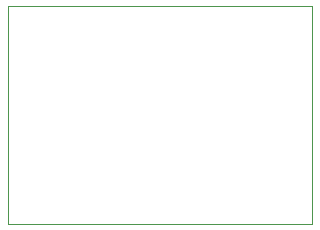
<source format=gbr>
%TF.GenerationSoftware,KiCad,Pcbnew,8.0.3*%
%TF.CreationDate,2024-07-02T09:20:05-05:00*%
%TF.ProjectId,Cartpole_ADC_interface,43617274-706f-46c6-955f-4144435f696e,rev?*%
%TF.SameCoordinates,Original*%
%TF.FileFunction,Profile,NP*%
%FSLAX46Y46*%
G04 Gerber Fmt 4.6, Leading zero omitted, Abs format (unit mm)*
G04 Created by KiCad (PCBNEW 8.0.3) date 2024-07-02 09:20:05*
%MOMM*%
%LPD*%
G01*
G04 APERTURE LIST*
%TA.AperFunction,Profile*%
%ADD10C,0.050000*%
%TD*%
G04 APERTURE END LIST*
D10*
X86750000Y-87000000D02*
X112500000Y-87000000D01*
X112500000Y-105500000D01*
X86750000Y-105500000D01*
X86750000Y-87000000D01*
M02*

</source>
